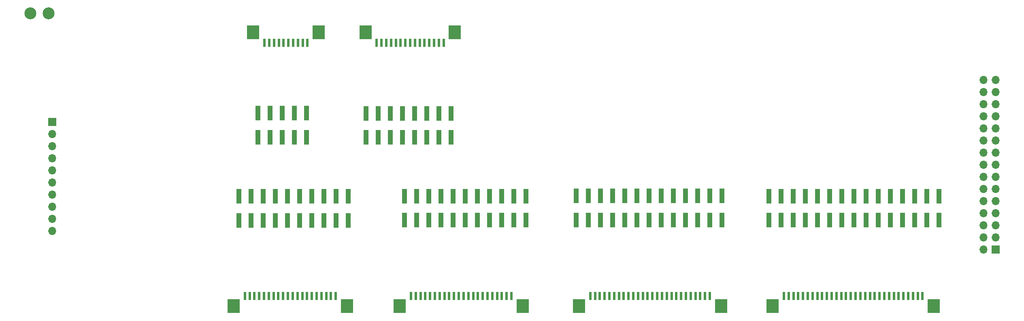
<source format=gbs>
G04 #@! TF.GenerationSoftware,KiCad,Pcbnew,8.0.3*
G04 #@! TF.CreationDate,2025-06-28T13:49:23+03:00*
G04 #@! TF.ProjectId,Camera_Expansion_Board_V2.0,43616d65-7261-45f4-9578-70616e73696f,rev?*
G04 #@! TF.SameCoordinates,Original*
G04 #@! TF.FileFunction,Soldermask,Bot*
G04 #@! TF.FilePolarity,Negative*
%FSLAX46Y46*%
G04 Gerber Fmt 4.6, Leading zero omitted, Abs format (unit mm)*
G04 Created by KiCad (PCBNEW 8.0.3) date 2025-06-28 13:49:23*
%MOMM*%
%LPD*%
G01*
G04 APERTURE LIST*
%ADD10C,2.500000*%
%ADD11R,1.700000X1.700000*%
%ADD12O,1.700000X1.700000*%
%ADD13R,0.600000X1.800000*%
%ADD14R,2.600000X3.000000*%
%ADD15R,1.000000X3.150000*%
G04 APERTURE END LIST*
D10*
X39308750Y-59001250D03*
X35498750Y-59001250D03*
D11*
X237338750Y-108503750D03*
D12*
X234798750Y-108503750D03*
X237338750Y-105963750D03*
X234798750Y-105963750D03*
X237338750Y-103423750D03*
X234798750Y-103423750D03*
X237338750Y-100883750D03*
X234798750Y-100883750D03*
X237338750Y-98343750D03*
X234798750Y-98343750D03*
X237338750Y-95803750D03*
X234798750Y-95803750D03*
X237338750Y-93263750D03*
X234798750Y-93263750D03*
X237338750Y-90723750D03*
X234798750Y-90723750D03*
X237338750Y-88183750D03*
X234798750Y-88183750D03*
X237338750Y-85643750D03*
X234798750Y-85643750D03*
X237338750Y-83103750D03*
X234798750Y-83103750D03*
X237338750Y-80563750D03*
X234798750Y-80563750D03*
X237338750Y-78023750D03*
X234798750Y-78023750D03*
X237338750Y-75483750D03*
X234798750Y-75483750D03*
X237338750Y-72943750D03*
X234798750Y-72943750D03*
D11*
X40046250Y-81738750D03*
D12*
X40046250Y-84278750D03*
X40046250Y-86818750D03*
X40046250Y-89358750D03*
X40046250Y-91898750D03*
X40046250Y-94438750D03*
X40046250Y-96978750D03*
X40046250Y-99518750D03*
X40046250Y-102058750D03*
X40046250Y-104598750D03*
D13*
X84443750Y-65148750D03*
X85443750Y-65148750D03*
X86443750Y-65148750D03*
X87443750Y-65148750D03*
X88443750Y-65148750D03*
X89443750Y-65148750D03*
X90443750Y-65148750D03*
X91443750Y-65148750D03*
X92443750Y-65148750D03*
X93443750Y-65148750D03*
D14*
X82093750Y-62978750D03*
X95793750Y-62978750D03*
D15*
X180133750Y-102311250D03*
X180133750Y-97261250D03*
X177593750Y-102311250D03*
X177593750Y-97261250D03*
X175053750Y-102311250D03*
X175053750Y-97261250D03*
X172513750Y-102311250D03*
X172513750Y-97261250D03*
X169973750Y-102311250D03*
X169973750Y-97261250D03*
X167433750Y-102311250D03*
X167433750Y-97261250D03*
X164893750Y-102311250D03*
X164893750Y-97261250D03*
X162353750Y-102311250D03*
X162353750Y-97261250D03*
X159813750Y-102311250D03*
X159813750Y-97261250D03*
X157273750Y-102311250D03*
X157273750Y-97261250D03*
X154733750Y-102311250D03*
X154733750Y-97261250D03*
X152193750Y-102311250D03*
X152193750Y-97261250D03*
X149653750Y-102311250D03*
X149653750Y-97261250D03*
D13*
X107913750Y-65148750D03*
X108913750Y-65148750D03*
X109913750Y-65148750D03*
X110913750Y-65148750D03*
X111913750Y-65148750D03*
X112913750Y-65148750D03*
X113913750Y-65148750D03*
X114913750Y-65148750D03*
X115913750Y-65148750D03*
X116913750Y-65148750D03*
X117913750Y-65148750D03*
X118913750Y-65148750D03*
X119913750Y-65148750D03*
X120913750Y-65148750D03*
X121913750Y-65148750D03*
D14*
X105563750Y-62978750D03*
X124263750Y-62978750D03*
D13*
X99353750Y-118203750D03*
X98353750Y-118203750D03*
X97353750Y-118203750D03*
X96353750Y-118203750D03*
X95353750Y-118203750D03*
X94353750Y-118203750D03*
X93353750Y-118203750D03*
X92353750Y-118203750D03*
X91353750Y-118203750D03*
X90353750Y-118203750D03*
X89353750Y-118203750D03*
X88353750Y-118203750D03*
X87353750Y-118203750D03*
X86353750Y-118203750D03*
X85353750Y-118203750D03*
X84353750Y-118203750D03*
X83353750Y-118203750D03*
X82353750Y-118203750D03*
X81353750Y-118203750D03*
X80353750Y-118203750D03*
D14*
X101703750Y-120373750D03*
X78003750Y-120373750D03*
D15*
X105713750Y-79921250D03*
X105713750Y-84971250D03*
X108253750Y-79921250D03*
X108253750Y-84971250D03*
X110793750Y-79921250D03*
X110793750Y-84971250D03*
X113333750Y-79921250D03*
X113333750Y-84971250D03*
X115873750Y-79921250D03*
X115873750Y-84971250D03*
X118413750Y-79921250D03*
X118413750Y-84971250D03*
X120953750Y-79921250D03*
X120953750Y-84971250D03*
X123493750Y-79921250D03*
X123493750Y-84971250D03*
D13*
X177572500Y-118203750D03*
X176572500Y-118203750D03*
X175572500Y-118203750D03*
X174572500Y-118203750D03*
X173572500Y-118203750D03*
X172572500Y-118203750D03*
X171572500Y-118203750D03*
X170572500Y-118203750D03*
X169572500Y-118203750D03*
X168572500Y-118203750D03*
X167572500Y-118203750D03*
X166572500Y-118203750D03*
X165572500Y-118203750D03*
X164572500Y-118203750D03*
X163572500Y-118203750D03*
X162572500Y-118203750D03*
X161572500Y-118203750D03*
X160572500Y-118203750D03*
X159572500Y-118203750D03*
X158572500Y-118203750D03*
X157572500Y-118203750D03*
X156572500Y-118203750D03*
X155572500Y-118203750D03*
X154572500Y-118203750D03*
X153572500Y-118203750D03*
X152572500Y-118203750D03*
D14*
X179922500Y-120373750D03*
X150222500Y-120373750D03*
D15*
X225480000Y-102343750D03*
X225480000Y-97293750D03*
X222940000Y-102343750D03*
X222940000Y-97293750D03*
X220400000Y-102343750D03*
X220400000Y-97293750D03*
X217860000Y-102343750D03*
X217860000Y-97293750D03*
X215320000Y-102343750D03*
X215320000Y-97293750D03*
X212780000Y-102343750D03*
X212780000Y-97293750D03*
X210240000Y-102343750D03*
X210240000Y-97293750D03*
X207700000Y-102343750D03*
X207700000Y-97293750D03*
X205160000Y-102343750D03*
X205160000Y-97293750D03*
X202620000Y-102343750D03*
X202620000Y-97293750D03*
X200080000Y-102343750D03*
X200080000Y-97293750D03*
X197540000Y-102343750D03*
X197540000Y-97293750D03*
X195000000Y-102343750D03*
X195000000Y-97293750D03*
X192460000Y-102343750D03*
X192460000Y-97293750D03*
X189920000Y-102343750D03*
X189920000Y-97293750D03*
X139133750Y-102351250D03*
X139133750Y-97301250D03*
X136593750Y-102351250D03*
X136593750Y-97301250D03*
X134053750Y-102351250D03*
X134053750Y-97301250D03*
X131513750Y-102351250D03*
X131513750Y-97301250D03*
X128973750Y-102351250D03*
X128973750Y-97301250D03*
X126433750Y-102351250D03*
X126433750Y-97301250D03*
X123893750Y-102351250D03*
X123893750Y-97301250D03*
X121353750Y-102351250D03*
X121353750Y-97301250D03*
X118813750Y-102351250D03*
X118813750Y-97301250D03*
X116273750Y-102351250D03*
X116273750Y-97301250D03*
X113733750Y-102351250D03*
X113733750Y-97301250D03*
X101953750Y-102361250D03*
X101953750Y-97311250D03*
X99413750Y-102361250D03*
X99413750Y-97311250D03*
X96873750Y-102361250D03*
X96873750Y-97311250D03*
X94333750Y-102361250D03*
X94333750Y-97311250D03*
X91793750Y-102361250D03*
X91793750Y-97311250D03*
X89253750Y-102361250D03*
X89253750Y-97311250D03*
X86713750Y-102361250D03*
X86713750Y-97311250D03*
X84173750Y-102361250D03*
X84173750Y-97311250D03*
X81633750Y-102361250D03*
X81633750Y-97311250D03*
X79093750Y-102361250D03*
X79093750Y-97311250D03*
X83123750Y-79911250D03*
X83123750Y-84961250D03*
X85663750Y-79911250D03*
X85663750Y-84961250D03*
X88203750Y-79911250D03*
X88203750Y-84961250D03*
X90743750Y-79911250D03*
X90743750Y-84961250D03*
X93283750Y-79911250D03*
X93283750Y-84961250D03*
D13*
X136083750Y-118203750D03*
X135083750Y-118203750D03*
X134083750Y-118203750D03*
X133083750Y-118203750D03*
X132083750Y-118203750D03*
X131083750Y-118203750D03*
X130083750Y-118203750D03*
X129083750Y-118203750D03*
X128083750Y-118203750D03*
X127083750Y-118203750D03*
X126083750Y-118203750D03*
X125083750Y-118203750D03*
X124083750Y-118203750D03*
X123083750Y-118203750D03*
X122083750Y-118203750D03*
X121083750Y-118203750D03*
X120083750Y-118203750D03*
X119083750Y-118203750D03*
X118083750Y-118203750D03*
X117083750Y-118203750D03*
X116083750Y-118203750D03*
X115083750Y-118203750D03*
D14*
X138433750Y-120373750D03*
X112733750Y-120373750D03*
D13*
X222060000Y-118203750D03*
X221060000Y-118203750D03*
X220060000Y-118203750D03*
X219060000Y-118203750D03*
X218060000Y-118203750D03*
X217060000Y-118203750D03*
X216060000Y-118203750D03*
X215060000Y-118203750D03*
X214060000Y-118203750D03*
X213060000Y-118203750D03*
X212060000Y-118203750D03*
X211060000Y-118203750D03*
X210060000Y-118203750D03*
X209060000Y-118203750D03*
X208060000Y-118203750D03*
X207060000Y-118203750D03*
X206060000Y-118203750D03*
X205060000Y-118203750D03*
X204060000Y-118203750D03*
X203060000Y-118203750D03*
X202060000Y-118203750D03*
X201060000Y-118203750D03*
X200060000Y-118203750D03*
X199060000Y-118203750D03*
X198060000Y-118203750D03*
X197060000Y-118203750D03*
X196060000Y-118203750D03*
X195060000Y-118203750D03*
X194060000Y-118203750D03*
X193060000Y-118203750D03*
D14*
X224410000Y-120373750D03*
X190710000Y-120373750D03*
M02*

</source>
